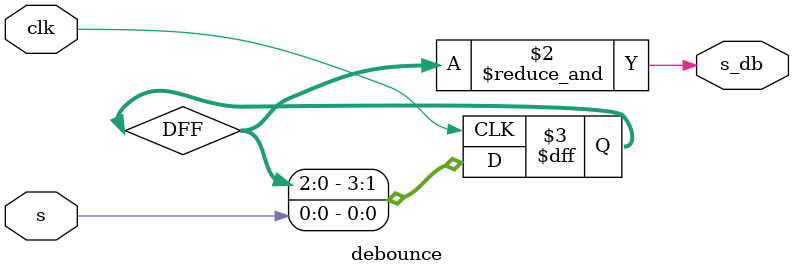
<source format=v>
module onepulse(s_op, s, clk);
	input s, clk;
	output reg s_op;
	reg s_delay;
	always @(posedge clk) begin
		s_op <= s&(!s_delay);
		s_delay <= s;
	end
endmodule

module onepulse_lengthen(s_op, s, clk, vsync);
	input s, clk, vsync;
	output reg s_op;
    reg pre_s_op;
	reg s_delay;
	always @(posedge clk) begin
		pre_s_op <= s&(!s_delay);
		s_delay <= s;
	end
    always @(posedge clk) begin
        if(vsync)
            s_op <= 0;
        else if(pre_s_op)
            s_op <= 1;
        else 
            s_op <= s_op;
    end
endmodule

module debounce(s_db, s, clk);
	input s, clk;
	output s_db;
	reg [3:0] DFF;
	
	always @(posedge clk) begin
		DFF[3:1] <= DFF[2:0];
		DFF[0] <= s;
	end
	assign s_db = &DFF;
endmodule
</source>
